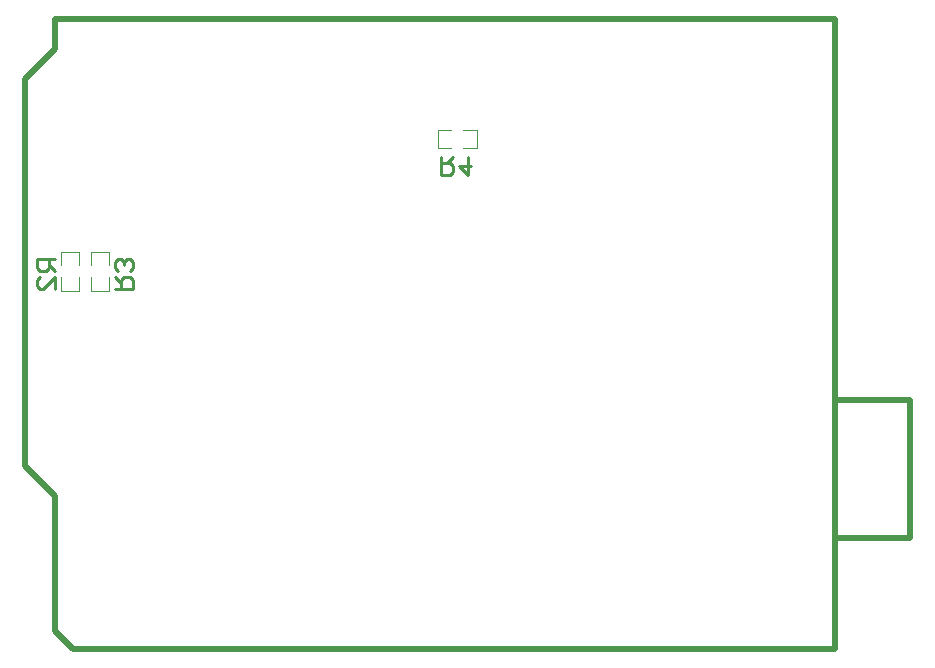
<source format=gbo>
G04 Layer_Color=32896*
%FSLAX24Y24*%
%MOIN*%
G70*
G01*
G75*
%ADD25C,0.0100*%
%ADD44C,0.0200*%
%ADD45C,0.0020*%
G54D25*
X3500Y13000D02*
X2900D01*
Y12700D01*
X3000Y12600D01*
X3200D01*
X3300Y12700D01*
Y13000D01*
Y12800D02*
X3500Y12600D01*
Y12000D02*
Y12400D01*
X3100Y12000D01*
X3000D01*
X2900Y12100D01*
Y12300D01*
X3000Y12400D01*
X5500Y12000D02*
X6100D01*
Y12300D01*
X6000Y12400D01*
X5800D01*
X5700Y12300D01*
Y12000D01*
Y12200D02*
X5500Y12400D01*
X6000Y12600D02*
X6100Y12700D01*
Y12900D01*
X6000Y13000D01*
X5900D01*
X5800Y12900D01*
Y12800D01*
Y12900D01*
X5700Y13000D01*
X5600D01*
X5500Y12900D01*
Y12700D01*
X5600Y12600D01*
X16345Y16395D02*
Y15795D01*
X16645D01*
X16745Y15895D01*
Y16095D01*
X16645Y16195D01*
X16345D01*
X16545D02*
X16745Y16395D01*
X17245D02*
Y15795D01*
X16945Y16095D01*
X17345D01*
G54D44*
X3500Y21000D02*
X29500D01*
X3500Y20000D02*
Y21000D01*
X2500Y19000D02*
X3500Y20000D01*
X2500Y6100D02*
Y19000D01*
Y6100D02*
X3500Y5100D01*
Y600D02*
Y5100D01*
Y600D02*
X4100Y0D01*
X18500D01*
X21500D01*
X29500D01*
Y21000D01*
Y3700D02*
X32000D01*
Y8300D01*
X29500D02*
X32000D01*
G54D45*
X16250Y17300D02*
X16700D01*
X17100Y16700D02*
X17550D01*
Y17300D01*
X17100D02*
X17550D01*
X16250Y16700D02*
Y17300D01*
Y16700D02*
X16700D01*
X5300Y12800D02*
Y13250D01*
X4700Y11950D02*
Y12400D01*
Y11950D02*
X5300D01*
Y12400D01*
X4700Y13250D02*
X5300D01*
X4700Y12800D02*
Y13250D01*
X4300Y12800D02*
Y13250D01*
X3700Y11950D02*
Y12400D01*
Y11950D02*
X4300D01*
Y12400D01*
X3700Y13250D02*
X4300D01*
X3700Y12800D02*
Y13250D01*
M02*

</source>
